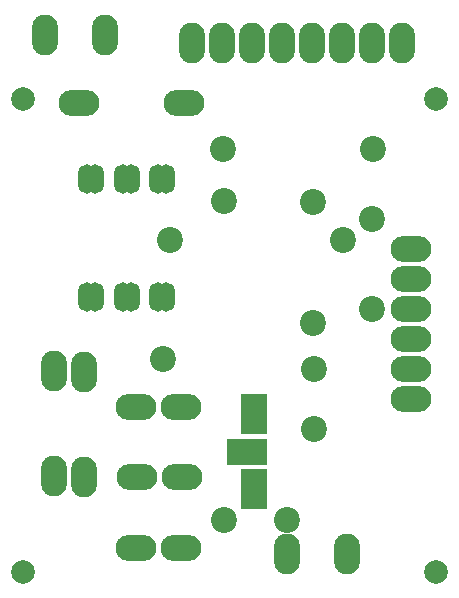
<source format=gbr>
%TF.GenerationSoftware,KiCad,Pcbnew,(5.1.6)-1*%
%TF.CreationDate,2024-09-11T13:17:38-05:00*%
%TF.ProjectId,miniBox,6d696e69-426f-4782-9e6b-696361645f70,rev?*%
%TF.SameCoordinates,PX3b20b80PY5b136e0*%
%TF.FileFunction,Soldermask,Bot*%
%TF.FilePolarity,Negative*%
%FSLAX46Y46*%
G04 Gerber Fmt 4.6, Leading zero omitted, Abs format (unit mm)*
G04 Created by KiCad (PCBNEW (5.1.6)-1) date 2024-09-11 13:17:38*
%MOMM*%
%LPD*%
G01*
G04 APERTURE LIST*
%ADD10C,2.000000*%
%ADD11O,1.500000X2.500000*%
%ADD12O,3.470000X2.200000*%
%ADD13O,2.200000X3.470000*%
%ADD14R,3.470000X2.200000*%
%ADD15R,2.200000X3.470000*%
%ADD16C,2.200000*%
G04 APERTURE END LIST*
D10*
%TO.C,REF\u002A\u002A*%
X38000000Y43000000D03*
%TD*%
%TO.C,REF\u002A\u002A*%
X3000000Y43000000D03*
%TD*%
%TO.C,REF\u002A\u002A*%
X3000000Y3000000D03*
%TD*%
%TO.C,REF\u002A\u002A*%
X38000000Y3000000D03*
%TD*%
D11*
%TO.C,SW1*%
X9160000Y26260000D03*
X8460000Y26260000D03*
X15160000Y26260000D03*
X14460000Y26260000D03*
X11460000Y26260000D03*
X12160000Y26260000D03*
%TD*%
%TO.C,SW2*%
X9160000Y36260000D03*
X8460000Y36260000D03*
X15160000Y36260000D03*
X14460000Y36260000D03*
X11460000Y36260000D03*
X12160000Y36260000D03*
%TD*%
D12*
%TO.C,D1*%
X12615000Y5000000D03*
X16385000Y5000000D03*
%TD*%
%TO.C,D2*%
X12715000Y11000000D03*
X16485000Y11000000D03*
%TD*%
%TO.C,D3*%
X12615000Y17000000D03*
X16385000Y17000000D03*
%TD*%
D13*
%TO.C,J1*%
X25400000Y4500000D03*
X30480000Y4500000D03*
%TD*%
D14*
%TO.C,Q1*%
X21965000Y13160000D03*
D15*
X22600000Y9985000D03*
X22600000Y16335000D03*
%TD*%
D13*
%TO.C,R1*%
X5610000Y19995000D03*
X5610000Y11105000D03*
%TD*%
%TO.C,R2*%
X8220000Y11055000D03*
X8220000Y19945000D03*
%TD*%
D12*
%TO.C,R3*%
X16625000Y42670000D03*
X7735000Y42670000D03*
%TD*%
D13*
%TO.C,J4*%
X10000000Y48500000D03*
X4920000Y48500000D03*
%TD*%
D12*
%TO.C,J3*%
X35835000Y17640000D03*
X35835000Y20180000D03*
X35835000Y22720000D03*
X35835000Y25260000D03*
X35835000Y27800000D03*
X35835000Y30340000D03*
%TD*%
D16*
%TO.C,R4*%
X32600000Y32900000D03*
X32600000Y25280000D03*
%TD*%
D13*
%TO.C,J2*%
X35140000Y47765000D03*
X32600000Y47765000D03*
X30060000Y47765000D03*
X27520000Y47765000D03*
X24980000Y47765000D03*
X22440000Y47765000D03*
X19900000Y47765000D03*
X17360000Y47765000D03*
%TD*%
D16*
X27630000Y20170000D03*
X27700000Y15100000D03*
X20019990Y7390010D03*
X25400000Y7410000D03*
X27600000Y24100000D03*
X14900000Y21000000D03*
X27550000Y34344126D03*
X20069990Y34400000D03*
X19940000Y38840000D03*
X32630000Y38770000D03*
X15500000Y31100000D03*
X30090000Y31110000D03*
M02*

</source>
